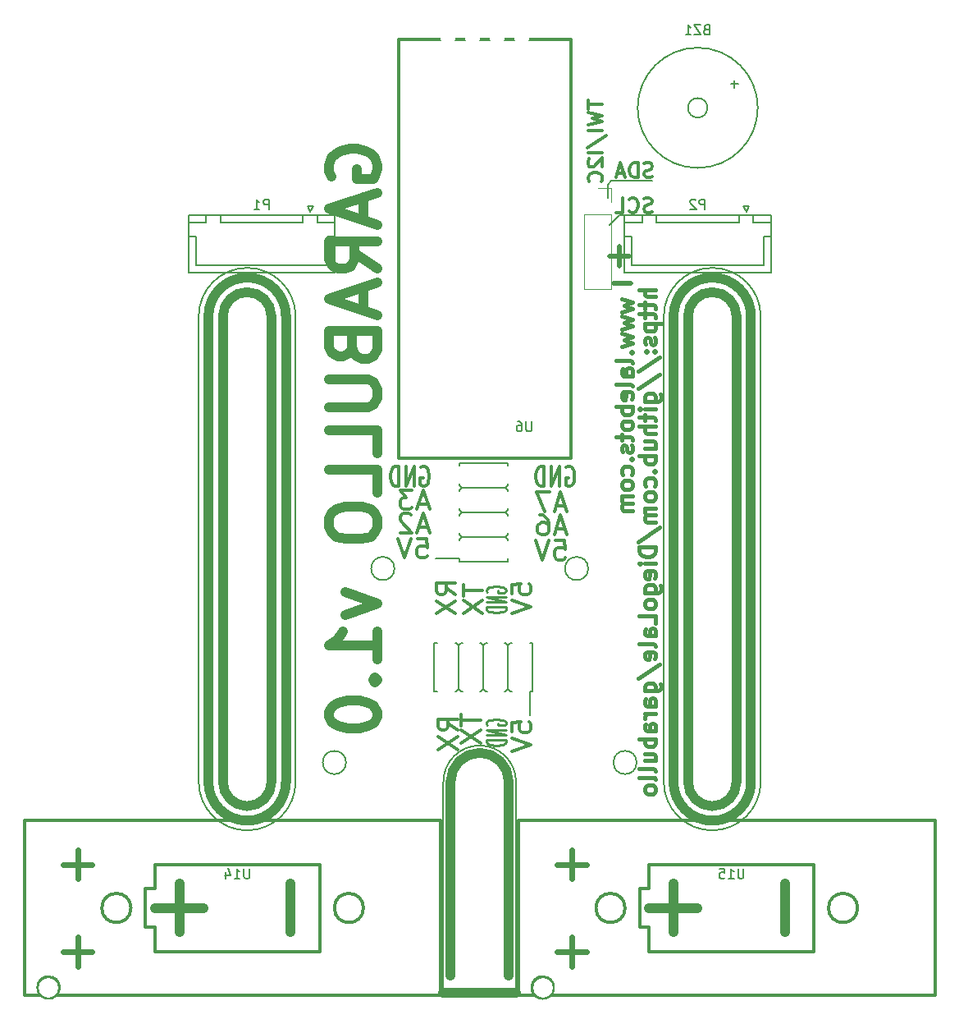
<source format=gbr>
G04 #@! TF.FileFunction,Legend,Bot*
%FSLAX46Y46*%
G04 Gerber Fmt 4.6, Leading zero omitted, Abs format (unit mm)*
G04 Created by KiCad (PCBNEW 4.0.5-e0-6337~49~ubuntu16.04.1) date Sun Jan 22 15:59:59 2017*
%MOMM*%
%LPD*%
G01*
G04 APERTURE LIST*
%ADD10C,0.100000*%
%ADD11C,0.400000*%
%ADD12C,0.300000*%
%ADD13C,0.500000*%
%ADD14C,0.200000*%
%ADD15C,1.000000*%
%ADD16C,0.250000*%
%ADD17C,0.150000*%
%ADD18C,0.600000*%
%ADD19C,0.120000*%
%ADD20R,1.270000X3.600000*%
%ADD21R,3.600000X1.270000*%
%ADD22O,2.500000X3.000000*%
%ADD23C,2.000000*%
%ADD24R,1.750000X1.750000*%
%ADD25C,1.750000*%
%ADD26O,2.000000X1.500000*%
%ADD27C,1.524000*%
%ADD28R,1.700000X1.700000*%
%ADD29O,1.700000X1.700000*%
G04 APERTURE END LIST*
D10*
D11*
X115635714Y-53230953D02*
X116769048Y-53554763D01*
X115959524Y-53878572D01*
X116769048Y-54202382D01*
X115635714Y-54526191D01*
X115635714Y-55011905D02*
X116769048Y-55335715D01*
X115959524Y-55659524D01*
X116769048Y-55983334D01*
X115635714Y-56307143D01*
X115635714Y-56792857D02*
X116769048Y-57116667D01*
X115959524Y-57440476D01*
X116769048Y-57764286D01*
X115635714Y-58088095D01*
X116607143Y-58735714D02*
X116688095Y-58816666D01*
X116769048Y-58735714D01*
X116688095Y-58654762D01*
X116607143Y-58735714D01*
X116769048Y-58735714D01*
X116769048Y-59788095D02*
X116688095Y-59626190D01*
X116526190Y-59545238D01*
X115069048Y-59545238D01*
X116769048Y-61164285D02*
X115878571Y-61164285D01*
X115716667Y-61083333D01*
X115635714Y-60921428D01*
X115635714Y-60597619D01*
X115716667Y-60435714D01*
X116688095Y-61164285D02*
X116769048Y-61002381D01*
X116769048Y-60597619D01*
X116688095Y-60435714D01*
X116526190Y-60354762D01*
X116364286Y-60354762D01*
X116202381Y-60435714D01*
X116121429Y-60597619D01*
X116121429Y-61002381D01*
X116040476Y-61164285D01*
X116769048Y-62216666D02*
X116688095Y-62054761D01*
X116526190Y-61973809D01*
X115069048Y-61973809D01*
X116688095Y-63511904D02*
X116769048Y-63349999D01*
X116769048Y-63026190D01*
X116688095Y-62864285D01*
X116526190Y-62783333D01*
X115878571Y-62783333D01*
X115716667Y-62864285D01*
X115635714Y-63026190D01*
X115635714Y-63349999D01*
X115716667Y-63511904D01*
X115878571Y-63592856D01*
X116040476Y-63592856D01*
X116202381Y-62783333D01*
X116769048Y-64321428D02*
X115069048Y-64321428D01*
X115716667Y-64321428D02*
X115635714Y-64483333D01*
X115635714Y-64807142D01*
X115716667Y-64969047D01*
X115797619Y-65049999D01*
X115959524Y-65130952D01*
X116445238Y-65130952D01*
X116607143Y-65049999D01*
X116688095Y-64969047D01*
X116769048Y-64807142D01*
X116769048Y-64483333D01*
X116688095Y-64321428D01*
X116769048Y-66102380D02*
X116688095Y-65940475D01*
X116607143Y-65859523D01*
X116445238Y-65778571D01*
X115959524Y-65778571D01*
X115797619Y-65859523D01*
X115716667Y-65940475D01*
X115635714Y-66102380D01*
X115635714Y-66345237D01*
X115716667Y-66507142D01*
X115797619Y-66588094D01*
X115959524Y-66669047D01*
X116445238Y-66669047D01*
X116607143Y-66588094D01*
X116688095Y-66507142D01*
X116769048Y-66345237D01*
X116769048Y-66102380D01*
X115635714Y-67154761D02*
X115635714Y-67802380D01*
X115069048Y-67397618D02*
X116526190Y-67397618D01*
X116688095Y-67478570D01*
X116769048Y-67640475D01*
X116769048Y-67802380D01*
X116688095Y-68288095D02*
X116769048Y-68449999D01*
X116769048Y-68773809D01*
X116688095Y-68935714D01*
X116526190Y-69016666D01*
X116445238Y-69016666D01*
X116283333Y-68935714D01*
X116202381Y-68773809D01*
X116202381Y-68530952D01*
X116121429Y-68369047D01*
X115959524Y-68288095D01*
X115878571Y-68288095D01*
X115716667Y-68369047D01*
X115635714Y-68530952D01*
X115635714Y-68773809D01*
X115716667Y-68935714D01*
X116607143Y-69745237D02*
X116688095Y-69826189D01*
X116769048Y-69745237D01*
X116688095Y-69664285D01*
X116607143Y-69745237D01*
X116769048Y-69745237D01*
X116688095Y-71283332D02*
X116769048Y-71121428D01*
X116769048Y-70797618D01*
X116688095Y-70635713D01*
X116607143Y-70554761D01*
X116445238Y-70473809D01*
X115959524Y-70473809D01*
X115797619Y-70554761D01*
X115716667Y-70635713D01*
X115635714Y-70797618D01*
X115635714Y-71121428D01*
X115716667Y-71283332D01*
X116769048Y-72254761D02*
X116688095Y-72092856D01*
X116607143Y-72011904D01*
X116445238Y-71930952D01*
X115959524Y-71930952D01*
X115797619Y-72011904D01*
X115716667Y-72092856D01*
X115635714Y-72254761D01*
X115635714Y-72497618D01*
X115716667Y-72659523D01*
X115797619Y-72740475D01*
X115959524Y-72821428D01*
X116445238Y-72821428D01*
X116607143Y-72740475D01*
X116688095Y-72659523D01*
X116769048Y-72497618D01*
X116769048Y-72254761D01*
X116769048Y-73549999D02*
X115635714Y-73549999D01*
X115797619Y-73549999D02*
X115716667Y-73630951D01*
X115635714Y-73792856D01*
X115635714Y-74035713D01*
X115716667Y-74197618D01*
X115878571Y-74278570D01*
X116769048Y-74278570D01*
X115878571Y-74278570D02*
X115716667Y-74359523D01*
X115635714Y-74521427D01*
X115635714Y-74764285D01*
X115716667Y-74926189D01*
X115878571Y-75007142D01*
X116769048Y-75007142D01*
D12*
X112178571Y-32750000D02*
X112178571Y-33607143D01*
X113678571Y-33178572D02*
X112178571Y-33178572D01*
X112178571Y-33964286D02*
X113678571Y-34321429D01*
X112607143Y-34607143D01*
X113678571Y-34892857D01*
X112178571Y-35250000D01*
X113678571Y-35821429D02*
X112178571Y-35821429D01*
X112107143Y-37607143D02*
X114035714Y-36321429D01*
X113678571Y-38107144D02*
X112178571Y-38107144D01*
X112321429Y-38750001D02*
X112250000Y-38821430D01*
X112178571Y-38964287D01*
X112178571Y-39321430D01*
X112250000Y-39464287D01*
X112321429Y-39535716D01*
X112464286Y-39607144D01*
X112607143Y-39607144D01*
X112821429Y-39535716D01*
X113678571Y-38678573D01*
X113678571Y-39607144D01*
X113535714Y-41107144D02*
X113607143Y-41035715D01*
X113678571Y-40821429D01*
X113678571Y-40678572D01*
X113607143Y-40464287D01*
X113464286Y-40321429D01*
X113321429Y-40250001D01*
X113035714Y-40178572D01*
X112821429Y-40178572D01*
X112535714Y-40250001D01*
X112392857Y-40321429D01*
X112250000Y-40464287D01*
X112178571Y-40678572D01*
X112178571Y-40821429D01*
X112250000Y-41035715D01*
X112321429Y-41107144D01*
D13*
X115400000Y-47800000D02*
X115400000Y-49800000D01*
X114400000Y-48800000D02*
X116400000Y-48800000D01*
X114800000Y-51600000D02*
X116600000Y-51600000D01*
D14*
X114600000Y-41000000D02*
X118800000Y-41000000D01*
X114200000Y-41400000D02*
X114600000Y-41000000D01*
X114200000Y-42800000D02*
X114200000Y-41400000D01*
X115400000Y-44600000D02*
X118800000Y-44600000D01*
X114400000Y-45600000D02*
X115400000Y-44600000D01*
D12*
X118785714Y-44207143D02*
X118571428Y-44278571D01*
X118214285Y-44278571D01*
X118071428Y-44207143D01*
X117999999Y-44135714D01*
X117928571Y-43992857D01*
X117928571Y-43850000D01*
X117999999Y-43707143D01*
X118071428Y-43635714D01*
X118214285Y-43564286D01*
X118499999Y-43492857D01*
X118642857Y-43421429D01*
X118714285Y-43350000D01*
X118785714Y-43207143D01*
X118785714Y-43064286D01*
X118714285Y-42921429D01*
X118642857Y-42850000D01*
X118499999Y-42778571D01*
X118142857Y-42778571D01*
X117928571Y-42850000D01*
X116428571Y-44135714D02*
X116500000Y-44207143D01*
X116714286Y-44278571D01*
X116857143Y-44278571D01*
X117071428Y-44207143D01*
X117214286Y-44064286D01*
X117285714Y-43921429D01*
X117357143Y-43635714D01*
X117357143Y-43421429D01*
X117285714Y-43135714D01*
X117214286Y-42992857D01*
X117071428Y-42850000D01*
X116857143Y-42778571D01*
X116714286Y-42778571D01*
X116500000Y-42850000D01*
X116428571Y-42921429D01*
X115071428Y-44278571D02*
X115785714Y-44278571D01*
X115785714Y-42778571D01*
X118821428Y-40607143D02*
X118607142Y-40678571D01*
X118249999Y-40678571D01*
X118107142Y-40607143D01*
X118035713Y-40535714D01*
X117964285Y-40392857D01*
X117964285Y-40250000D01*
X118035713Y-40107143D01*
X118107142Y-40035714D01*
X118249999Y-39964286D01*
X118535713Y-39892857D01*
X118678571Y-39821429D01*
X118749999Y-39750000D01*
X118821428Y-39607143D01*
X118821428Y-39464286D01*
X118749999Y-39321429D01*
X118678571Y-39250000D01*
X118535713Y-39178571D01*
X118178571Y-39178571D01*
X117964285Y-39250000D01*
X117321428Y-40678571D02*
X117321428Y-39178571D01*
X116964285Y-39178571D01*
X116750000Y-39250000D01*
X116607142Y-39392857D01*
X116535714Y-39535714D01*
X116464285Y-39821429D01*
X116464285Y-40035714D01*
X116535714Y-40321429D01*
X116607142Y-40464286D01*
X116750000Y-40607143D01*
X116964285Y-40678571D01*
X117321428Y-40678571D01*
X115892857Y-40250000D02*
X115178571Y-40250000D01*
X116035714Y-40678571D02*
X115535714Y-39178571D01*
X115035714Y-40678571D01*
D11*
X119169048Y-52254764D02*
X117469048Y-52254764D01*
X119169048Y-52983335D02*
X118278571Y-52983335D01*
X118116667Y-52902383D01*
X118035714Y-52740478D01*
X118035714Y-52497621D01*
X118116667Y-52335716D01*
X118197619Y-52254764D01*
X118035714Y-53550002D02*
X118035714Y-54197621D01*
X117469048Y-53792859D02*
X118926190Y-53792859D01*
X119088095Y-53873811D01*
X119169048Y-54035716D01*
X119169048Y-54197621D01*
X118035714Y-54521431D02*
X118035714Y-55169050D01*
X117469048Y-54764288D02*
X118926190Y-54764288D01*
X119088095Y-54845240D01*
X119169048Y-55007145D01*
X119169048Y-55169050D01*
X118035714Y-55735717D02*
X119735714Y-55735717D01*
X118116667Y-55735717D02*
X118035714Y-55897622D01*
X118035714Y-56221431D01*
X118116667Y-56383336D01*
X118197619Y-56464288D01*
X118359524Y-56545241D01*
X118845238Y-56545241D01*
X119007143Y-56464288D01*
X119088095Y-56383336D01*
X119169048Y-56221431D01*
X119169048Y-55897622D01*
X119088095Y-55735717D01*
X119088095Y-57192860D02*
X119169048Y-57354764D01*
X119169048Y-57678574D01*
X119088095Y-57840479D01*
X118926190Y-57921431D01*
X118845238Y-57921431D01*
X118683333Y-57840479D01*
X118602381Y-57678574D01*
X118602381Y-57435717D01*
X118521429Y-57273812D01*
X118359524Y-57192860D01*
X118278571Y-57192860D01*
X118116667Y-57273812D01*
X118035714Y-57435717D01*
X118035714Y-57678574D01*
X118116667Y-57840479D01*
X119007143Y-58650002D02*
X119088095Y-58730954D01*
X119169048Y-58650002D01*
X119088095Y-58569050D01*
X119007143Y-58650002D01*
X119169048Y-58650002D01*
X118116667Y-58650002D02*
X118197619Y-58730954D01*
X118278571Y-58650002D01*
X118197619Y-58569050D01*
X118116667Y-58650002D01*
X118278571Y-58650002D01*
X117388095Y-60673812D02*
X119573810Y-59216669D01*
X117388095Y-62454764D02*
X119573810Y-60997621D01*
X118035714Y-63750001D02*
X119411905Y-63750001D01*
X119573810Y-63669049D01*
X119654762Y-63588097D01*
X119735714Y-63426192D01*
X119735714Y-63183335D01*
X119654762Y-63021430D01*
X119088095Y-63750001D02*
X119169048Y-63588097D01*
X119169048Y-63264287D01*
X119088095Y-63102382D01*
X119007143Y-63021430D01*
X118845238Y-62940478D01*
X118359524Y-62940478D01*
X118197619Y-63021430D01*
X118116667Y-63102382D01*
X118035714Y-63264287D01*
X118035714Y-63588097D01*
X118116667Y-63750001D01*
X119169048Y-64559525D02*
X118035714Y-64559525D01*
X117469048Y-64559525D02*
X117550000Y-64478573D01*
X117630952Y-64559525D01*
X117550000Y-64640477D01*
X117469048Y-64559525D01*
X117630952Y-64559525D01*
X118035714Y-65126192D02*
X118035714Y-65773811D01*
X117469048Y-65369049D02*
X118926190Y-65369049D01*
X119088095Y-65450001D01*
X119169048Y-65611906D01*
X119169048Y-65773811D01*
X119169048Y-66340478D02*
X117469048Y-66340478D01*
X119169048Y-67069049D02*
X118278571Y-67069049D01*
X118116667Y-66988097D01*
X118035714Y-66826192D01*
X118035714Y-66583335D01*
X118116667Y-66421430D01*
X118197619Y-66340478D01*
X118035714Y-68607144D02*
X119169048Y-68607144D01*
X118035714Y-67878573D02*
X118926190Y-67878573D01*
X119088095Y-67959525D01*
X119169048Y-68121430D01*
X119169048Y-68364287D01*
X119088095Y-68526192D01*
X119007143Y-68607144D01*
X119169048Y-69416668D02*
X117469048Y-69416668D01*
X118116667Y-69416668D02*
X118035714Y-69578573D01*
X118035714Y-69902382D01*
X118116667Y-70064287D01*
X118197619Y-70145239D01*
X118359524Y-70226192D01*
X118845238Y-70226192D01*
X119007143Y-70145239D01*
X119088095Y-70064287D01*
X119169048Y-69902382D01*
X119169048Y-69578573D01*
X119088095Y-69416668D01*
X119007143Y-70954763D02*
X119088095Y-71035715D01*
X119169048Y-70954763D01*
X119088095Y-70873811D01*
X119007143Y-70954763D01*
X119169048Y-70954763D01*
X119088095Y-72492858D02*
X119169048Y-72330954D01*
X119169048Y-72007144D01*
X119088095Y-71845239D01*
X119007143Y-71764287D01*
X118845238Y-71683335D01*
X118359524Y-71683335D01*
X118197619Y-71764287D01*
X118116667Y-71845239D01*
X118035714Y-72007144D01*
X118035714Y-72330954D01*
X118116667Y-72492858D01*
X119169048Y-73464287D02*
X119088095Y-73302382D01*
X119007143Y-73221430D01*
X118845238Y-73140478D01*
X118359524Y-73140478D01*
X118197619Y-73221430D01*
X118116667Y-73302382D01*
X118035714Y-73464287D01*
X118035714Y-73707144D01*
X118116667Y-73869049D01*
X118197619Y-73950001D01*
X118359524Y-74030954D01*
X118845238Y-74030954D01*
X119007143Y-73950001D01*
X119088095Y-73869049D01*
X119169048Y-73707144D01*
X119169048Y-73464287D01*
X119169048Y-74759525D02*
X118035714Y-74759525D01*
X118197619Y-74759525D02*
X118116667Y-74840477D01*
X118035714Y-75002382D01*
X118035714Y-75245239D01*
X118116667Y-75407144D01*
X118278571Y-75488096D01*
X119169048Y-75488096D01*
X118278571Y-75488096D02*
X118116667Y-75569049D01*
X118035714Y-75730953D01*
X118035714Y-75973811D01*
X118116667Y-76135715D01*
X118278571Y-76216668D01*
X119169048Y-76216668D01*
X117388095Y-78240478D02*
X119573810Y-76783335D01*
X119169048Y-78807144D02*
X117469048Y-78807144D01*
X117469048Y-79211906D01*
X117550000Y-79454763D01*
X117711905Y-79616668D01*
X117873810Y-79697620D01*
X118197619Y-79778572D01*
X118440476Y-79778572D01*
X118764286Y-79697620D01*
X118926190Y-79616668D01*
X119088095Y-79454763D01*
X119169048Y-79211906D01*
X119169048Y-78807144D01*
X119169048Y-80507144D02*
X118035714Y-80507144D01*
X117469048Y-80507144D02*
X117550000Y-80426192D01*
X117630952Y-80507144D01*
X117550000Y-80588096D01*
X117469048Y-80507144D01*
X117630952Y-80507144D01*
X119088095Y-81964287D02*
X119169048Y-81802382D01*
X119169048Y-81478573D01*
X119088095Y-81316668D01*
X118926190Y-81235716D01*
X118278571Y-81235716D01*
X118116667Y-81316668D01*
X118035714Y-81478573D01*
X118035714Y-81802382D01*
X118116667Y-81964287D01*
X118278571Y-82045239D01*
X118440476Y-82045239D01*
X118602381Y-81235716D01*
X118035714Y-83502382D02*
X119411905Y-83502382D01*
X119573810Y-83421430D01*
X119654762Y-83340478D01*
X119735714Y-83178573D01*
X119735714Y-82935716D01*
X119654762Y-82773811D01*
X119088095Y-83502382D02*
X119169048Y-83340478D01*
X119169048Y-83016668D01*
X119088095Y-82854763D01*
X119007143Y-82773811D01*
X118845238Y-82692859D01*
X118359524Y-82692859D01*
X118197619Y-82773811D01*
X118116667Y-82854763D01*
X118035714Y-83016668D01*
X118035714Y-83340478D01*
X118116667Y-83502382D01*
X119169048Y-84554763D02*
X119088095Y-84392858D01*
X119007143Y-84311906D01*
X118845238Y-84230954D01*
X118359524Y-84230954D01*
X118197619Y-84311906D01*
X118116667Y-84392858D01*
X118035714Y-84554763D01*
X118035714Y-84797620D01*
X118116667Y-84959525D01*
X118197619Y-85040477D01*
X118359524Y-85121430D01*
X118845238Y-85121430D01*
X119007143Y-85040477D01*
X119088095Y-84959525D01*
X119169048Y-84797620D01*
X119169048Y-84554763D01*
X119169048Y-86659525D02*
X119169048Y-85850001D01*
X117469048Y-85850001D01*
X119169048Y-87954762D02*
X118278571Y-87954762D01*
X118116667Y-87873810D01*
X118035714Y-87711905D01*
X118035714Y-87388096D01*
X118116667Y-87226191D01*
X119088095Y-87954762D02*
X119169048Y-87792858D01*
X119169048Y-87388096D01*
X119088095Y-87226191D01*
X118926190Y-87145239D01*
X118764286Y-87145239D01*
X118602381Y-87226191D01*
X118521429Y-87388096D01*
X118521429Y-87792858D01*
X118440476Y-87954762D01*
X119169048Y-89007143D02*
X119088095Y-88845238D01*
X118926190Y-88764286D01*
X117469048Y-88764286D01*
X119088095Y-90302381D02*
X119169048Y-90140476D01*
X119169048Y-89816667D01*
X119088095Y-89654762D01*
X118926190Y-89573810D01*
X118278571Y-89573810D01*
X118116667Y-89654762D01*
X118035714Y-89816667D01*
X118035714Y-90140476D01*
X118116667Y-90302381D01*
X118278571Y-90383333D01*
X118440476Y-90383333D01*
X118602381Y-89573810D01*
X117388095Y-92326191D02*
X119573810Y-90869048D01*
X118035714Y-93621428D02*
X119411905Y-93621428D01*
X119573810Y-93540476D01*
X119654762Y-93459524D01*
X119735714Y-93297619D01*
X119735714Y-93054762D01*
X119654762Y-92892857D01*
X119088095Y-93621428D02*
X119169048Y-93459524D01*
X119169048Y-93135714D01*
X119088095Y-92973809D01*
X119007143Y-92892857D01*
X118845238Y-92811905D01*
X118359524Y-92811905D01*
X118197619Y-92892857D01*
X118116667Y-92973809D01*
X118035714Y-93135714D01*
X118035714Y-93459524D01*
X118116667Y-93621428D01*
X119169048Y-95159523D02*
X118278571Y-95159523D01*
X118116667Y-95078571D01*
X118035714Y-94916666D01*
X118035714Y-94592857D01*
X118116667Y-94430952D01*
X119088095Y-95159523D02*
X119169048Y-94997619D01*
X119169048Y-94592857D01*
X119088095Y-94430952D01*
X118926190Y-94350000D01*
X118764286Y-94350000D01*
X118602381Y-94430952D01*
X118521429Y-94592857D01*
X118521429Y-94997619D01*
X118440476Y-95159523D01*
X119169048Y-95969047D02*
X118035714Y-95969047D01*
X118359524Y-95969047D02*
X118197619Y-96049999D01*
X118116667Y-96130952D01*
X118035714Y-96292856D01*
X118035714Y-96454761D01*
X119169048Y-97749999D02*
X118278571Y-97749999D01*
X118116667Y-97669047D01*
X118035714Y-97507142D01*
X118035714Y-97183333D01*
X118116667Y-97021428D01*
X119088095Y-97749999D02*
X119169048Y-97588095D01*
X119169048Y-97183333D01*
X119088095Y-97021428D01*
X118926190Y-96940476D01*
X118764286Y-96940476D01*
X118602381Y-97021428D01*
X118521429Y-97183333D01*
X118521429Y-97588095D01*
X118440476Y-97749999D01*
X119169048Y-98559523D02*
X117469048Y-98559523D01*
X118116667Y-98559523D02*
X118035714Y-98721428D01*
X118035714Y-99045237D01*
X118116667Y-99207142D01*
X118197619Y-99288094D01*
X118359524Y-99369047D01*
X118845238Y-99369047D01*
X119007143Y-99288094D01*
X119088095Y-99207142D01*
X119169048Y-99045237D01*
X119169048Y-98721428D01*
X119088095Y-98559523D01*
X118035714Y-100826189D02*
X119169048Y-100826189D01*
X118035714Y-100097618D02*
X118926190Y-100097618D01*
X119088095Y-100178570D01*
X119169048Y-100340475D01*
X119169048Y-100583332D01*
X119088095Y-100745237D01*
X119007143Y-100826189D01*
X119169048Y-101878570D02*
X119088095Y-101716665D01*
X118926190Y-101635713D01*
X117469048Y-101635713D01*
X119169048Y-102769046D02*
X119088095Y-102607141D01*
X118926190Y-102526189D01*
X117469048Y-102526189D01*
X119169048Y-103659522D02*
X119088095Y-103497617D01*
X119007143Y-103416665D01*
X118845238Y-103335713D01*
X118359524Y-103335713D01*
X118197619Y-103416665D01*
X118116667Y-103497617D01*
X118035714Y-103659522D01*
X118035714Y-103902379D01*
X118116667Y-104064284D01*
X118197619Y-104145236D01*
X118359524Y-104226189D01*
X118845238Y-104226189D01*
X119007143Y-104145236D01*
X119088095Y-104064284D01*
X119169048Y-103902379D01*
X119169048Y-103659522D01*
D15*
X85700000Y-40576191D02*
X85461905Y-40100000D01*
X85461905Y-39385715D01*
X85700000Y-38671429D01*
X86176190Y-38195238D01*
X86652381Y-37957143D01*
X87604762Y-37719048D01*
X88319048Y-37719048D01*
X89271429Y-37957143D01*
X89747619Y-38195238D01*
X90223810Y-38671429D01*
X90461905Y-39385715D01*
X90461905Y-39861905D01*
X90223810Y-40576191D01*
X89985714Y-40814286D01*
X88319048Y-40814286D01*
X88319048Y-39861905D01*
X89033333Y-42719048D02*
X89033333Y-45100000D01*
X90461905Y-42242857D02*
X85461905Y-43909524D01*
X90461905Y-45576191D01*
X90461905Y-50100000D02*
X88080952Y-48433333D01*
X90461905Y-47242857D02*
X85461905Y-47242857D01*
X85461905Y-49147619D01*
X85700000Y-49623810D01*
X85938095Y-49861905D01*
X86414286Y-50100000D01*
X87128571Y-50100000D01*
X87604762Y-49861905D01*
X87842857Y-49623810D01*
X88080952Y-49147619D01*
X88080952Y-47242857D01*
X89033333Y-52004762D02*
X89033333Y-54385714D01*
X90461905Y-51528571D02*
X85461905Y-53195238D01*
X90461905Y-54861905D01*
X87842857Y-58195238D02*
X88080952Y-58909524D01*
X88319048Y-59147619D01*
X88795238Y-59385714D01*
X89509524Y-59385714D01*
X89985714Y-59147619D01*
X90223810Y-58909524D01*
X90461905Y-58433333D01*
X90461905Y-56528571D01*
X85461905Y-56528571D01*
X85461905Y-58195238D01*
X85700000Y-58671428D01*
X85938095Y-58909524D01*
X86414286Y-59147619D01*
X86890476Y-59147619D01*
X87366667Y-58909524D01*
X87604762Y-58671428D01*
X87842857Y-58195238D01*
X87842857Y-56528571D01*
X85461905Y-61528571D02*
X89509524Y-61528571D01*
X89985714Y-61766666D01*
X90223810Y-62004762D01*
X90461905Y-62480952D01*
X90461905Y-63433333D01*
X90223810Y-63909524D01*
X89985714Y-64147619D01*
X89509524Y-64385714D01*
X85461905Y-64385714D01*
X90461905Y-69147619D02*
X90461905Y-66766666D01*
X85461905Y-66766666D01*
X90461905Y-73195238D02*
X90461905Y-70814285D01*
X85461905Y-70814285D01*
X85461905Y-75814285D02*
X85461905Y-76766666D01*
X85700000Y-77242857D01*
X86176190Y-77719047D01*
X87128571Y-77957142D01*
X88795238Y-77957142D01*
X89747619Y-77719047D01*
X90223810Y-77242857D01*
X90461905Y-76766666D01*
X90461905Y-75814285D01*
X90223810Y-75338095D01*
X89747619Y-74861904D01*
X88795238Y-74623809D01*
X87128571Y-74623809D01*
X86176190Y-74861904D01*
X85700000Y-75338095D01*
X85461905Y-75814285D01*
X87128571Y-83433333D02*
X90461905Y-84623809D01*
X87128571Y-85814285D01*
X90461905Y-90338095D02*
X90461905Y-87480952D01*
X90461905Y-88909523D02*
X85461905Y-88909523D01*
X86176190Y-88433333D01*
X86652381Y-87957142D01*
X86890476Y-87480952D01*
X89985714Y-92480952D02*
X90223810Y-92719047D01*
X90461905Y-92480952D01*
X90223810Y-92242857D01*
X89985714Y-92480952D01*
X90461905Y-92480952D01*
X85461905Y-95814285D02*
X85461905Y-96290476D01*
X85700000Y-96766666D01*
X85938095Y-97004761D01*
X86414286Y-97242857D01*
X87366667Y-97480952D01*
X88557143Y-97480952D01*
X89509524Y-97242857D01*
X89985714Y-97004761D01*
X90223810Y-96766666D01*
X90461905Y-96290476D01*
X90461905Y-95814285D01*
X90223810Y-95338095D01*
X89985714Y-95099999D01*
X89509524Y-94861904D01*
X88557143Y-94623809D01*
X87366667Y-94623809D01*
X86414286Y-94861904D01*
X85938095Y-95099999D01*
X85700000Y-95338095D01*
X85461905Y-95814285D01*
D16*
X101800000Y-83438096D02*
X101704762Y-83342858D01*
X101704762Y-83200001D01*
X101800000Y-83057143D01*
X101990476Y-82961905D01*
X102180952Y-82914286D01*
X102561905Y-82866667D01*
X102847619Y-82866667D01*
X103228571Y-82914286D01*
X103419048Y-82961905D01*
X103609524Y-83057143D01*
X103704762Y-83200001D01*
X103704762Y-83295239D01*
X103609524Y-83438096D01*
X103514286Y-83485715D01*
X102847619Y-83485715D01*
X102847619Y-83295239D01*
X103704762Y-83914286D02*
X101704762Y-83914286D01*
X103704762Y-84485715D01*
X101704762Y-84485715D01*
X103704762Y-84961905D02*
X101704762Y-84961905D01*
X101704762Y-85200000D01*
X101800000Y-85342858D01*
X101990476Y-85438096D01*
X102180952Y-85485715D01*
X102561905Y-85533334D01*
X102847619Y-85533334D01*
X103228571Y-85485715D01*
X103419048Y-85438096D01*
X103609524Y-85342858D01*
X103704762Y-85200000D01*
X103704762Y-84961905D01*
D12*
X95628572Y-74333333D02*
X94676191Y-74333333D01*
X95819048Y-74904762D02*
X95152381Y-72904762D01*
X94485714Y-74904762D01*
X94009524Y-72904762D02*
X92771428Y-72904762D01*
X93438095Y-73666667D01*
X93152381Y-73666667D01*
X92961905Y-73761905D01*
X92866667Y-73857143D01*
X92771428Y-74047619D01*
X92771428Y-74523810D01*
X92866667Y-74714286D01*
X92961905Y-74809524D01*
X93152381Y-74904762D01*
X93723809Y-74904762D01*
X93914286Y-74809524D01*
X94009524Y-74714286D01*
D14*
X117200000Y-101000000D02*
G75*
G03X117200000Y-101000000I-1200000J0D01*
G01*
X87200000Y-101000000D02*
G75*
G03X87200000Y-101000000I-1200000J0D01*
G01*
X112200000Y-81000000D02*
G75*
G03X112200000Y-81000000I-1200000J0D01*
G01*
X92200000Y-81000000D02*
G75*
G03X92200000Y-81000000I-1200000J0D01*
G01*
D16*
X101800000Y-97138096D02*
X101704762Y-97042858D01*
X101704762Y-96900001D01*
X101800000Y-96757143D01*
X101990476Y-96661905D01*
X102180952Y-96614286D01*
X102561905Y-96566667D01*
X102847619Y-96566667D01*
X103228571Y-96614286D01*
X103419048Y-96661905D01*
X103609524Y-96757143D01*
X103704762Y-96900001D01*
X103704762Y-96995239D01*
X103609524Y-97138096D01*
X103514286Y-97185715D01*
X102847619Y-97185715D01*
X102847619Y-96995239D01*
X103704762Y-97614286D02*
X101704762Y-97614286D01*
X103704762Y-98185715D01*
X101704762Y-98185715D01*
X103704762Y-98661905D02*
X101704762Y-98661905D01*
X101704762Y-98900000D01*
X101800000Y-99042858D01*
X101990476Y-99138096D01*
X102180952Y-99185715D01*
X102561905Y-99233334D01*
X102847619Y-99233334D01*
X103228571Y-99185715D01*
X103419048Y-99138096D01*
X103609524Y-99042858D01*
X103704762Y-98900000D01*
X103704762Y-98661905D01*
D12*
X98504762Y-83666667D02*
X97552381Y-83000000D01*
X98504762Y-82523809D02*
X96504762Y-82523809D01*
X96504762Y-83285714D01*
X96600000Y-83476190D01*
X96695238Y-83571429D01*
X96885714Y-83666667D01*
X97171429Y-83666667D01*
X97361905Y-83571429D01*
X97457143Y-83476190D01*
X97552381Y-83285714D01*
X97552381Y-82523809D01*
X96504762Y-84333333D02*
X98504762Y-85666667D01*
X96504762Y-85666667D02*
X98504762Y-84333333D01*
X98704762Y-97666667D02*
X97752381Y-97000000D01*
X98704762Y-96523809D02*
X96704762Y-96523809D01*
X96704762Y-97285714D01*
X96800000Y-97476190D01*
X96895238Y-97571429D01*
X97085714Y-97666667D01*
X97371429Y-97666667D01*
X97561905Y-97571429D01*
X97657143Y-97476190D01*
X97752381Y-97285714D01*
X97752381Y-96523809D01*
X96704762Y-98333333D02*
X98704762Y-99666667D01*
X96704762Y-99666667D02*
X98704762Y-98333333D01*
X99104762Y-96076190D02*
X99104762Y-97219047D01*
X101104762Y-96647619D02*
X99104762Y-96647619D01*
X99104762Y-97695238D02*
X101104762Y-99028572D01*
X99104762Y-99028572D02*
X101104762Y-97695238D01*
X99304762Y-82676190D02*
X99304762Y-83819047D01*
X101304762Y-83247619D02*
X99304762Y-83247619D01*
X99304762Y-84295238D02*
X101304762Y-85628572D01*
X99304762Y-85628572D02*
X101304762Y-84295238D01*
X104304762Y-83619047D02*
X104304762Y-82666666D01*
X105257143Y-82571428D01*
X105161905Y-82666666D01*
X105066667Y-82857143D01*
X105066667Y-83333333D01*
X105161905Y-83523809D01*
X105257143Y-83619047D01*
X105447619Y-83714286D01*
X105923810Y-83714286D01*
X106114286Y-83619047D01*
X106209524Y-83523809D01*
X106304762Y-83333333D01*
X106304762Y-82857143D01*
X106209524Y-82666666D01*
X106114286Y-82571428D01*
X104304762Y-84285714D02*
X106304762Y-84952381D01*
X104304762Y-85619048D01*
X104304762Y-97819047D02*
X104304762Y-96866666D01*
X105257143Y-96771428D01*
X105161905Y-96866666D01*
X105066667Y-97057143D01*
X105066667Y-97533333D01*
X105161905Y-97723809D01*
X105257143Y-97819047D01*
X105447619Y-97914286D01*
X105923810Y-97914286D01*
X106114286Y-97819047D01*
X106209524Y-97723809D01*
X106304762Y-97533333D01*
X106304762Y-97057143D01*
X106209524Y-96866666D01*
X106114286Y-96771428D01*
X104304762Y-98485714D02*
X106304762Y-99152381D01*
X104304762Y-99819048D01*
X108780953Y-78104762D02*
X109733334Y-78104762D01*
X109828572Y-79057143D01*
X109733334Y-78961905D01*
X109542857Y-78866667D01*
X109066667Y-78866667D01*
X108876191Y-78961905D01*
X108780953Y-79057143D01*
X108685714Y-79247619D01*
X108685714Y-79723810D01*
X108780953Y-79914286D01*
X108876191Y-80009524D01*
X109066667Y-80104762D01*
X109542857Y-80104762D01*
X109733334Y-80009524D01*
X109828572Y-79914286D01*
X108114286Y-78104762D02*
X107447619Y-80104762D01*
X106780952Y-78104762D01*
X94580953Y-77904762D02*
X95533334Y-77904762D01*
X95628572Y-78857143D01*
X95533334Y-78761905D01*
X95342857Y-78666667D01*
X94866667Y-78666667D01*
X94676191Y-78761905D01*
X94580953Y-78857143D01*
X94485714Y-79047619D01*
X94485714Y-79523810D01*
X94580953Y-79714286D01*
X94676191Y-79809524D01*
X94866667Y-79904762D01*
X95342857Y-79904762D01*
X95533334Y-79809524D01*
X95628572Y-79714286D01*
X93914286Y-77904762D02*
X93247619Y-79904762D01*
X92580952Y-77904762D01*
X109828572Y-74533333D02*
X108876191Y-74533333D01*
X110019048Y-75104762D02*
X109352381Y-73104762D01*
X108685714Y-75104762D01*
X108209524Y-73104762D02*
X106876190Y-73104762D01*
X107733333Y-75104762D01*
X109828572Y-76933333D02*
X108876191Y-76933333D01*
X110019048Y-77504762D02*
X109352381Y-75504762D01*
X108685714Y-77504762D01*
X107161905Y-75504762D02*
X107542857Y-75504762D01*
X107733333Y-75600000D01*
X107828571Y-75695238D01*
X108019048Y-75980952D01*
X108114286Y-76361905D01*
X108114286Y-77123810D01*
X108019048Y-77314286D01*
X107923809Y-77409524D01*
X107733333Y-77504762D01*
X107352381Y-77504762D01*
X107161905Y-77409524D01*
X107066667Y-77314286D01*
X106971428Y-77123810D01*
X106971428Y-76647619D01*
X107066667Y-76457143D01*
X107161905Y-76361905D01*
X107352381Y-76266667D01*
X107733333Y-76266667D01*
X107923809Y-76361905D01*
X108019048Y-76457143D01*
X108114286Y-76647619D01*
X94942857Y-70600000D02*
X95085714Y-70504762D01*
X95300000Y-70504762D01*
X95514285Y-70600000D01*
X95657143Y-70790476D01*
X95728571Y-70980952D01*
X95800000Y-71361905D01*
X95800000Y-71647619D01*
X95728571Y-72028571D01*
X95657143Y-72219048D01*
X95514285Y-72409524D01*
X95300000Y-72504762D01*
X95157143Y-72504762D01*
X94942857Y-72409524D01*
X94871428Y-72314286D01*
X94871428Y-71647619D01*
X95157143Y-71647619D01*
X94228571Y-72504762D02*
X94228571Y-70504762D01*
X93371428Y-72504762D01*
X93371428Y-70504762D01*
X92657142Y-72504762D02*
X92657142Y-70504762D01*
X92299999Y-70504762D01*
X92085714Y-70600000D01*
X91942856Y-70790476D01*
X91871428Y-70980952D01*
X91799999Y-71361905D01*
X91799999Y-71647619D01*
X91871428Y-72028571D01*
X91942856Y-72219048D01*
X92085714Y-72409524D01*
X92299999Y-72504762D01*
X92657142Y-72504762D01*
X109942857Y-70600000D02*
X110085714Y-70504762D01*
X110300000Y-70504762D01*
X110514285Y-70600000D01*
X110657143Y-70790476D01*
X110728571Y-70980952D01*
X110800000Y-71361905D01*
X110800000Y-71647619D01*
X110728571Y-72028571D01*
X110657143Y-72219048D01*
X110514285Y-72409524D01*
X110300000Y-72504762D01*
X110157143Y-72504762D01*
X109942857Y-72409524D01*
X109871428Y-72314286D01*
X109871428Y-71647619D01*
X110157143Y-71647619D01*
X109228571Y-72504762D02*
X109228571Y-70504762D01*
X108371428Y-72504762D01*
X108371428Y-70504762D01*
X107657142Y-72504762D02*
X107657142Y-70504762D01*
X107299999Y-70504762D01*
X107085714Y-70600000D01*
X106942856Y-70790476D01*
X106871428Y-70980952D01*
X106799999Y-71361905D01*
X106799999Y-71647619D01*
X106871428Y-72028571D01*
X106942856Y-72219048D01*
X107085714Y-72409524D01*
X107299999Y-72504762D01*
X107657142Y-72504762D01*
X95628572Y-76733333D02*
X94676191Y-76733333D01*
X95819048Y-77304762D02*
X95152381Y-75304762D01*
X94485714Y-77304762D01*
X93914286Y-75495238D02*
X93819048Y-75400000D01*
X93628571Y-75304762D01*
X93152381Y-75304762D01*
X92961905Y-75400000D01*
X92866667Y-75495238D01*
X92771428Y-75685714D01*
X92771428Y-75876190D01*
X92866667Y-76161905D01*
X94009524Y-77304762D01*
X92771428Y-77304762D01*
D14*
X120000000Y-103000000D02*
X120000000Y-55000000D01*
D15*
X121000000Y-54750000D02*
X121000000Y-102750000D01*
X122500000Y-103000000D02*
X122500000Y-55000000D01*
D14*
X130000000Y-55000000D02*
X130000000Y-103000000D01*
D15*
X129000000Y-103000000D02*
X129000000Y-55000000D01*
X127500000Y-55000000D02*
X127500000Y-103000000D01*
X127500000Y-55000000D02*
G75*
G03X125000000Y-52500000I-2500000J0D01*
G01*
X125000000Y-52500000D02*
G75*
G03X122500000Y-55000000I0J-2500000D01*
G01*
X122500000Y-103000000D02*
G75*
G03X125000000Y-105500000I2500000J0D01*
G01*
X125000000Y-105500000D02*
G75*
G03X127500000Y-103000000I0J2500000D01*
G01*
X121000000Y-103000000D02*
G75*
G03X125000000Y-107000000I4000000J0D01*
G01*
X125000000Y-107000000D02*
G75*
G03X129000000Y-103000000I0J4000000D01*
G01*
D14*
X120000000Y-103000000D02*
G75*
G03X125000000Y-108000000I5000000J0D01*
G01*
X125000000Y-108000000D02*
G75*
G03X130000000Y-103000000I0J5000000D01*
G01*
D15*
X129000000Y-55000000D02*
G75*
G03X125000000Y-51000000I-4000000J0D01*
G01*
X125000000Y-51000000D02*
G75*
G03X121000000Y-55000000I0J-4000000D01*
G01*
D14*
X125000000Y-50000000D02*
G75*
G03X120000000Y-55000000I0J-5000000D01*
G01*
X130000000Y-55000000D02*
G75*
G03X125000000Y-50000000I-5000000J0D01*
G01*
D15*
X81000000Y-55000000D02*
X81000000Y-103000000D01*
X73000000Y-103000000D02*
X73000000Y-55000000D01*
X73000000Y-103000000D02*
G75*
G03X77000000Y-107000000I4000000J0D01*
G01*
X77000000Y-107000000D02*
G75*
G03X81000000Y-103000000I0J4000000D01*
G01*
X81000000Y-55000000D02*
G75*
G03X77000000Y-51000000I-4000000J0D01*
G01*
X77000000Y-51000000D02*
G75*
G03X73000000Y-55000000I0J-4000000D01*
G01*
X79500000Y-55000000D02*
G75*
G03X77000000Y-52500000I-2500000J0D01*
G01*
X77000000Y-52500000D02*
G75*
G03X74500000Y-55000000I0J-2500000D01*
G01*
X74500000Y-103000000D02*
X74500000Y-55000000D01*
X74500000Y-103000000D02*
G75*
G03X77000000Y-105500000I2500000J0D01*
G01*
X77000000Y-105500000D02*
G75*
G03X79500000Y-103000000I0J2500000D01*
G01*
X79500000Y-55000000D02*
X79500000Y-103000000D01*
D14*
X82000000Y-103000000D02*
X82000000Y-55000000D01*
X72000000Y-55000000D02*
X72000000Y-103000000D01*
X82000000Y-55000000D02*
G75*
G03X77000000Y-50000000I-5000000J0D01*
G01*
X77000000Y-50000000D02*
G75*
G03X72000000Y-55000000I0J-5000000D01*
G01*
X72000000Y-103000000D02*
G75*
G03X77000000Y-108000000I5000000J0D01*
G01*
X77000000Y-108000000D02*
G75*
G03X82000000Y-103000000I0J5000000D01*
G01*
D15*
X104000000Y-123000000D02*
X104000000Y-103000000D01*
X98000000Y-103000000D02*
X98000000Y-123000000D01*
X101000000Y-100000000D02*
G75*
G03X98000000Y-103000000I0J-3000000D01*
G01*
X104000000Y-103000000D02*
G75*
G03X101000000Y-100000000I-3000000J0D01*
G01*
D14*
X104750000Y-103000000D02*
G75*
G03X101000000Y-99250000I-3750000J0D01*
G01*
X101000000Y-99250000D02*
G75*
G03X97250000Y-103000000I0J-3750000D01*
G01*
X97250000Y-103000000D02*
X97250000Y-124750000D01*
X104750000Y-124750000D02*
X104750000Y-103000000D01*
D15*
X97250000Y-124750000D02*
X104750000Y-124750000D01*
D17*
X106200000Y-93700000D02*
X106200000Y-96125000D01*
X103940000Y-93450000D02*
X103940000Y-88950000D01*
X96320000Y-88700000D02*
X96600000Y-88700000D01*
X96320000Y-88700000D02*
X96320000Y-93700000D01*
X96320000Y-93700000D02*
X96600000Y-93700000D01*
X106480000Y-93700000D02*
X106200000Y-93700000D01*
X106480000Y-88700000D02*
X106480000Y-93700000D01*
X104321000Y-88700000D02*
X104194000Y-88700000D01*
X104194000Y-88700000D02*
X103940000Y-88954000D01*
X103940000Y-88954000D02*
X103686000Y-88700000D01*
X103686000Y-88700000D02*
X103559000Y-88700000D01*
X106480000Y-88700000D02*
X106200000Y-88700000D01*
X101781000Y-88700000D02*
X101654000Y-88700000D01*
X99241000Y-88700000D02*
X99114000Y-88700000D01*
X103559000Y-93700000D02*
X103686000Y-93700000D01*
X101400000Y-88954000D02*
X101146000Y-88700000D01*
X98860000Y-88954000D02*
X98606000Y-88700000D01*
X103940000Y-93446000D02*
X104194000Y-93700000D01*
X101146000Y-88700000D02*
X101019000Y-88700000D01*
X98606000Y-88700000D02*
X98479000Y-88700000D01*
X104194000Y-93700000D02*
X104321000Y-93700000D01*
X101654000Y-88700000D02*
X101400000Y-88954000D01*
X99114000Y-88700000D02*
X98860000Y-88954000D01*
X103686000Y-93700000D02*
X103940000Y-93446000D01*
X101019000Y-93700000D02*
X101146000Y-93700000D01*
X98479000Y-93700000D02*
X98606000Y-93700000D01*
X101654000Y-93700000D02*
X101781000Y-93700000D01*
X99114000Y-93700000D02*
X99241000Y-93700000D01*
X101400000Y-93446000D02*
X101654000Y-93700000D01*
X98860000Y-93446000D02*
X99114000Y-93700000D01*
X101146000Y-93700000D02*
X101400000Y-93446000D01*
X98606000Y-93700000D02*
X98860000Y-93446000D01*
X101400000Y-93450000D02*
X101400000Y-88950000D01*
X98860000Y-93450000D02*
X98860000Y-88950000D01*
X98900000Y-80000000D02*
X96475000Y-80000000D01*
X99150000Y-77740000D02*
X103650000Y-77740000D01*
X103900000Y-70120000D02*
X103900000Y-70400000D01*
X103900000Y-70120000D02*
X98900000Y-70120000D01*
X98900000Y-70120000D02*
X98900000Y-70400000D01*
X98900000Y-80280000D02*
X98900000Y-80000000D01*
X103900000Y-80280000D02*
X98900000Y-80280000D01*
X103900000Y-78121000D02*
X103900000Y-77994000D01*
X103900000Y-77994000D02*
X103646000Y-77740000D01*
X103646000Y-77740000D02*
X103900000Y-77486000D01*
X103900000Y-77486000D02*
X103900000Y-77359000D01*
X103900000Y-80280000D02*
X103900000Y-80000000D01*
X103900000Y-75581000D02*
X103900000Y-75454000D01*
X103900000Y-73041000D02*
X103900000Y-72914000D01*
X98900000Y-77359000D02*
X98900000Y-77486000D01*
X103646000Y-75200000D02*
X103900000Y-74946000D01*
X103646000Y-72660000D02*
X103900000Y-72406000D01*
X99154000Y-77740000D02*
X98900000Y-77994000D01*
X103900000Y-74946000D02*
X103900000Y-74819000D01*
X103900000Y-72406000D02*
X103900000Y-72279000D01*
X98900000Y-77994000D02*
X98900000Y-78121000D01*
X103900000Y-75454000D02*
X103646000Y-75200000D01*
X103900000Y-72914000D02*
X103646000Y-72660000D01*
X98900000Y-77486000D02*
X99154000Y-77740000D01*
X98900000Y-74819000D02*
X98900000Y-74946000D01*
X98900000Y-72279000D02*
X98900000Y-72406000D01*
X98900000Y-75454000D02*
X98900000Y-75581000D01*
X98900000Y-72914000D02*
X98900000Y-73041000D01*
X99154000Y-75200000D02*
X98900000Y-75454000D01*
X99154000Y-72660000D02*
X98900000Y-72914000D01*
X98900000Y-74946000D02*
X99154000Y-75200000D01*
X98900000Y-72406000D02*
X99154000Y-72660000D01*
X99150000Y-75200000D02*
X103650000Y-75200000D01*
X99150000Y-72660000D02*
X103650000Y-72660000D01*
D15*
X81500000Y-118500000D02*
X81500000Y-113500000D01*
X70000000Y-118500000D02*
X70000000Y-113500000D01*
X67500000Y-116000000D02*
X72500000Y-116000000D01*
D18*
X58000000Y-111500000D02*
X61000000Y-111500000D01*
X59500000Y-113000000D02*
X59500000Y-110000000D01*
X58000000Y-120500000D02*
X61000000Y-120500000D01*
X59500000Y-122000000D02*
X59500000Y-119000000D01*
D12*
X89000000Y-116000000D02*
G75*
G03X89000000Y-116000000I-1500000J0D01*
G01*
X65000000Y-116000000D02*
G75*
G03X65000000Y-116000000I-1500000J0D01*
G01*
X67500000Y-118000000D02*
X67500000Y-120500000D01*
X67500000Y-120500000D02*
X84500000Y-120500000D01*
X84500000Y-120500000D02*
X84500000Y-111500000D01*
X84500000Y-111500000D02*
X67500000Y-111500000D01*
X67500000Y-111500000D02*
X67500000Y-114000000D01*
X67500000Y-114000000D02*
X66500000Y-114000000D01*
X66500000Y-114000000D02*
X66500000Y-118000000D01*
X66500000Y-118000000D02*
X67500000Y-118000000D01*
X57600000Y-124200000D02*
G75*
G03X57600000Y-124200000I-1100000J0D01*
G01*
X97000000Y-125000000D02*
X54000000Y-125000000D01*
X54000000Y-125000000D02*
X54000000Y-107000000D01*
X54000000Y-107000000D02*
X97000000Y-107000000D01*
X97000000Y-107000000D02*
X97000000Y-125000000D01*
D17*
X124500760Y-33500000D02*
G75*
G03X124500760Y-33500000I-1000760J0D01*
G01*
X129700140Y-33500000D02*
G75*
G03X129700140Y-33500000I-6200140J0D01*
G01*
X86050000Y-44550000D02*
X86050000Y-50500000D01*
X86050000Y-50500000D02*
X70950000Y-50500000D01*
X70950000Y-50500000D02*
X70950000Y-44550000D01*
X70950000Y-44550000D02*
X86050000Y-44550000D01*
X82750000Y-44550000D02*
X82750000Y-45300000D01*
X82750000Y-45300000D02*
X74250000Y-45300000D01*
X74250000Y-45300000D02*
X74250000Y-44550000D01*
X74250000Y-44550000D02*
X82750000Y-44550000D01*
X86050000Y-44550000D02*
X86050000Y-45300000D01*
X86050000Y-45300000D02*
X84250000Y-45300000D01*
X84250000Y-45300000D02*
X84250000Y-44550000D01*
X84250000Y-44550000D02*
X86050000Y-44550000D01*
X72750000Y-44550000D02*
X72750000Y-45300000D01*
X72750000Y-45300000D02*
X70950000Y-45300000D01*
X70950000Y-45300000D02*
X70950000Y-44550000D01*
X70950000Y-44550000D02*
X72750000Y-44550000D01*
X86050000Y-46800000D02*
X85300000Y-46800000D01*
X85300000Y-46800000D02*
X85300000Y-49750000D01*
X85300000Y-49750000D02*
X78500000Y-49750000D01*
X70950000Y-46800000D02*
X71700000Y-46800000D01*
X71700000Y-46800000D02*
X71700000Y-49750000D01*
X71700000Y-49750000D02*
X78500000Y-49750000D01*
X83500000Y-44250000D02*
X83800000Y-43650000D01*
X83800000Y-43650000D02*
X83200000Y-43650000D01*
X83200000Y-43650000D02*
X83500000Y-44250000D01*
X131050000Y-44550000D02*
X131050000Y-50500000D01*
X131050000Y-50500000D02*
X115950000Y-50500000D01*
X115950000Y-50500000D02*
X115950000Y-44550000D01*
X115950000Y-44550000D02*
X131050000Y-44550000D01*
X127750000Y-44550000D02*
X127750000Y-45300000D01*
X127750000Y-45300000D02*
X119250000Y-45300000D01*
X119250000Y-45300000D02*
X119250000Y-44550000D01*
X119250000Y-44550000D02*
X127750000Y-44550000D01*
X131050000Y-44550000D02*
X131050000Y-45300000D01*
X131050000Y-45300000D02*
X129250000Y-45300000D01*
X129250000Y-45300000D02*
X129250000Y-44550000D01*
X129250000Y-44550000D02*
X131050000Y-44550000D01*
X117750000Y-44550000D02*
X117750000Y-45300000D01*
X117750000Y-45300000D02*
X115950000Y-45300000D01*
X115950000Y-45300000D02*
X115950000Y-44550000D01*
X115950000Y-44550000D02*
X117750000Y-44550000D01*
X131050000Y-46800000D02*
X130300000Y-46800000D01*
X130300000Y-46800000D02*
X130300000Y-49750000D01*
X130300000Y-49750000D02*
X123500000Y-49750000D01*
X115950000Y-46800000D02*
X116700000Y-46800000D01*
X116700000Y-46800000D02*
X116700000Y-49750000D01*
X116700000Y-49750000D02*
X123500000Y-49750000D01*
X128500000Y-44250000D02*
X128800000Y-43650000D01*
X128800000Y-43650000D02*
X128200000Y-43650000D01*
X128200000Y-43650000D02*
X128500000Y-44250000D01*
D12*
X110390000Y-69590000D02*
X92610000Y-69590000D01*
X92610000Y-69590000D02*
X92610000Y-26410000D01*
X92610000Y-26410000D02*
X110390000Y-26410000D01*
X110390000Y-26410000D02*
X110390000Y-69590000D01*
D15*
X132500000Y-118500000D02*
X132500000Y-113500000D01*
X121000000Y-118500000D02*
X121000000Y-113500000D01*
X118500000Y-116000000D02*
X123500000Y-116000000D01*
D18*
X109000000Y-111500000D02*
X112000000Y-111500000D01*
X110500000Y-113000000D02*
X110500000Y-110000000D01*
X109000000Y-120500000D02*
X112000000Y-120500000D01*
X110500000Y-122000000D02*
X110500000Y-119000000D01*
D12*
X140000000Y-116000000D02*
G75*
G03X140000000Y-116000000I-1500000J0D01*
G01*
X116000000Y-116000000D02*
G75*
G03X116000000Y-116000000I-1500000J0D01*
G01*
X118500000Y-118000000D02*
X118500000Y-120500000D01*
X118500000Y-120500000D02*
X135500000Y-120500000D01*
X135500000Y-120500000D02*
X135500000Y-111500000D01*
X135500000Y-111500000D02*
X118500000Y-111500000D01*
X118500000Y-111500000D02*
X118500000Y-114000000D01*
X118500000Y-114000000D02*
X117500000Y-114000000D01*
X117500000Y-114000000D02*
X117500000Y-118000000D01*
X117500000Y-118000000D02*
X118500000Y-118000000D01*
X108600000Y-124200000D02*
G75*
G03X108600000Y-124200000I-1100000J0D01*
G01*
X148000000Y-125000000D02*
X105000000Y-125000000D01*
X105000000Y-125000000D02*
X105000000Y-107000000D01*
X105000000Y-107000000D02*
X148000000Y-107000000D01*
X148000000Y-107000000D02*
X148000000Y-125000000D01*
D19*
X114590000Y-44470000D02*
X114590000Y-52210000D01*
X114590000Y-52210000D02*
X111810000Y-52210000D01*
X111810000Y-52210000D02*
X111810000Y-44470000D01*
X111810000Y-44470000D02*
X114590000Y-44470000D01*
X114590000Y-43200000D02*
X114590000Y-41810000D01*
X114590000Y-41810000D02*
X113200000Y-41810000D01*
D17*
X77238095Y-111952381D02*
X77238095Y-112761905D01*
X77190476Y-112857143D01*
X77142857Y-112904762D01*
X77047619Y-112952381D01*
X76857142Y-112952381D01*
X76761904Y-112904762D01*
X76714285Y-112857143D01*
X76666666Y-112761905D01*
X76666666Y-111952381D01*
X75666666Y-112952381D02*
X76238095Y-112952381D01*
X75952381Y-112952381D02*
X75952381Y-111952381D01*
X76047619Y-112095238D01*
X76142857Y-112190476D01*
X76238095Y-112238095D01*
X74809523Y-112285714D02*
X74809523Y-112952381D01*
X75047619Y-111904762D02*
X75285714Y-112619048D01*
X74666666Y-112619048D01*
X124380952Y-25427571D02*
X124238095Y-25475190D01*
X124190476Y-25522810D01*
X124142857Y-25618048D01*
X124142857Y-25760905D01*
X124190476Y-25856143D01*
X124238095Y-25903762D01*
X124333333Y-25951381D01*
X124714286Y-25951381D01*
X124714286Y-24951381D01*
X124380952Y-24951381D01*
X124285714Y-24999000D01*
X124238095Y-25046619D01*
X124190476Y-25141857D01*
X124190476Y-25237095D01*
X124238095Y-25332333D01*
X124285714Y-25379952D01*
X124380952Y-25427571D01*
X124714286Y-25427571D01*
X123809524Y-24951381D02*
X123142857Y-24951381D01*
X123809524Y-25951381D01*
X123142857Y-25951381D01*
X122238095Y-25951381D02*
X122809524Y-25951381D01*
X122523810Y-25951381D02*
X122523810Y-24951381D01*
X122619048Y-25094238D01*
X122714286Y-25189476D01*
X122809524Y-25237095D01*
X127690952Y-31031429D02*
X126929047Y-31031429D01*
X127309999Y-31412381D02*
X127309999Y-30650476D01*
X79238095Y-43952381D02*
X79238095Y-42952381D01*
X78857142Y-42952381D01*
X78761904Y-43000000D01*
X78714285Y-43047619D01*
X78666666Y-43142857D01*
X78666666Y-43285714D01*
X78714285Y-43380952D01*
X78761904Y-43428571D01*
X78857142Y-43476190D01*
X79238095Y-43476190D01*
X77714285Y-43952381D02*
X78285714Y-43952381D01*
X78000000Y-43952381D02*
X78000000Y-42952381D01*
X78095238Y-43095238D01*
X78190476Y-43190476D01*
X78285714Y-43238095D01*
X124238095Y-43952381D02*
X124238095Y-42952381D01*
X123857142Y-42952381D01*
X123761904Y-43000000D01*
X123714285Y-43047619D01*
X123666666Y-43142857D01*
X123666666Y-43285714D01*
X123714285Y-43380952D01*
X123761904Y-43428571D01*
X123857142Y-43476190D01*
X124238095Y-43476190D01*
X123285714Y-43047619D02*
X123238095Y-43000000D01*
X123142857Y-42952381D01*
X122904761Y-42952381D01*
X122809523Y-43000000D01*
X122761904Y-43047619D01*
X122714285Y-43142857D01*
X122714285Y-43238095D01*
X122761904Y-43380952D01*
X123333333Y-43952381D01*
X122714285Y-43952381D01*
X106361905Y-65852381D02*
X106361905Y-66661905D01*
X106314286Y-66757143D01*
X106266667Y-66804762D01*
X106171429Y-66852381D01*
X105980952Y-66852381D01*
X105885714Y-66804762D01*
X105838095Y-66757143D01*
X105790476Y-66661905D01*
X105790476Y-65852381D01*
X104885714Y-65852381D02*
X105076191Y-65852381D01*
X105171429Y-65900000D01*
X105219048Y-65947619D01*
X105314286Y-66090476D01*
X105361905Y-66280952D01*
X105361905Y-66661905D01*
X105314286Y-66757143D01*
X105266667Y-66804762D01*
X105171429Y-66852381D01*
X104980952Y-66852381D01*
X104885714Y-66804762D01*
X104838095Y-66757143D01*
X104790476Y-66661905D01*
X104790476Y-66423810D01*
X104838095Y-66328571D01*
X104885714Y-66280952D01*
X104980952Y-66233333D01*
X105171429Y-66233333D01*
X105266667Y-66280952D01*
X105314286Y-66328571D01*
X105361905Y-66423810D01*
X128238095Y-111952381D02*
X128238095Y-112761905D01*
X128190476Y-112857143D01*
X128142857Y-112904762D01*
X128047619Y-112952381D01*
X127857142Y-112952381D01*
X127761904Y-112904762D01*
X127714285Y-112857143D01*
X127666666Y-112761905D01*
X127666666Y-111952381D01*
X126666666Y-112952381D02*
X127238095Y-112952381D01*
X126952381Y-112952381D02*
X126952381Y-111952381D01*
X127047619Y-112095238D01*
X127142857Y-112190476D01*
X127238095Y-112238095D01*
X125761904Y-111952381D02*
X126238095Y-111952381D01*
X126285714Y-112428571D01*
X126238095Y-112380952D01*
X126142857Y-112333333D01*
X125904761Y-112333333D01*
X125809523Y-112380952D01*
X125761904Y-112428571D01*
X125714285Y-112523810D01*
X125714285Y-112761905D01*
X125761904Y-112857143D01*
X125809523Y-112904762D01*
X125904761Y-112952381D01*
X126142857Y-112952381D01*
X126238095Y-112904762D01*
X126285714Y-112857143D01*
%LPC*%
D20*
X105210000Y-94400000D03*
X102670000Y-94400000D03*
X100130000Y-94400000D03*
X97590000Y-94400000D03*
X97590000Y-88000000D03*
X100130000Y-88000000D03*
X102670000Y-88000000D03*
X105210000Y-88000000D03*
D21*
X98200000Y-79010000D03*
X98200000Y-76470000D03*
X98200000Y-73930000D03*
X98200000Y-71390000D03*
X104600000Y-71390000D03*
X104600000Y-73930000D03*
X104600000Y-76470000D03*
X104600000Y-79010000D03*
D22*
X56500000Y-116000000D03*
X94500000Y-116000000D03*
D23*
X56500000Y-124200000D03*
X127299840Y-33500000D03*
X119700160Y-33500000D03*
D24*
X83500000Y-47000000D03*
D25*
X81000000Y-47000000D03*
X78500000Y-47000000D03*
X76000000Y-47000000D03*
X73500000Y-47000000D03*
D24*
X128500000Y-47000000D03*
D25*
X126000000Y-47000000D03*
X123500000Y-47000000D03*
X121000000Y-47000000D03*
X118500000Y-47000000D03*
D26*
X109120000Y-30220000D03*
X109120000Y-32760000D03*
X109120000Y-35300000D03*
X109120000Y-37840000D03*
X109120000Y-40380000D03*
X109120000Y-42920000D03*
X109120000Y-45460000D03*
X109120000Y-48000000D03*
X109120000Y-50540000D03*
X109120000Y-53080000D03*
X109120000Y-55620000D03*
X109120000Y-58160000D03*
X109120000Y-60700000D03*
X109120000Y-63240000D03*
X109120000Y-65780000D03*
X93880000Y-65780000D03*
X93880000Y-63240000D03*
X93880000Y-60700000D03*
X93880000Y-58160000D03*
X93880000Y-55620000D03*
X93880000Y-53080000D03*
X93880000Y-50540000D03*
X93880000Y-48000000D03*
X93880000Y-45460000D03*
X93880000Y-42920000D03*
X93880000Y-40380000D03*
X93880000Y-37840000D03*
X93880000Y-35300000D03*
X93880000Y-32760000D03*
X93880000Y-30220000D03*
D27*
X97690000Y-26300000D03*
X100230000Y-26300000D03*
X102770000Y-26300000D03*
X105310000Y-26300000D03*
D22*
X107500000Y-116000000D03*
X145500000Y-116000000D03*
D23*
X107500000Y-124200000D03*
D28*
X113200000Y-43200000D03*
D29*
X113200000Y-45740000D03*
X113200000Y-48280000D03*
X113200000Y-50820000D03*
M02*

</source>
